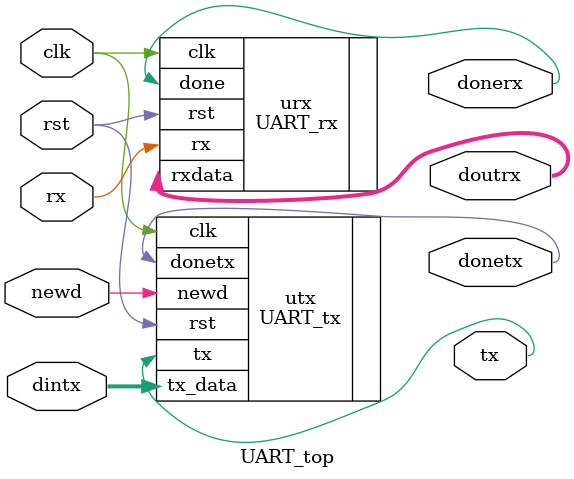
<source format=v>
`timescale 1ns / 1ps

/*
module UART_top
  
#(
parameter clk_freq = 1000000,
parameter baud_rate = 9600
)
(
  input clk,rst, 
  input rx,
  input [7:0] dintx,
  input newd,
  output tx, 
  output [7:0] doutrx,
  output donetx,
  output donerx
    );
    
UART_tx
#(clk_freq, baud_rate) 
utx   
(clk, rst, newd, dintx, tx, donetx);   
 
UART_rx
#(clk_freq, baud_rate)
rtx
(clk, rst, rx, donerx, doutrx);    
    
   
endmodule
*/
module UART_top
#(
    parameter clk_freq = 1000000,
    parameter baud_rate = 9600
)
(
    input clk, rst,
    input rx,
    input [7:0] dintx,
    input newd,
    output tx,
    output [7:0] doutrx,
    output donetx,
    output donerx
);

UART_tx #(.clk_freq(clk_freq), .baud_rate(baud_rate)) utx (
    .clk(clk), .rst(rst), .newd(newd), .tx_data(dintx), .tx(tx), .donetx(donetx)
);

UART_rx #(.clk_freq(clk_freq), .baud_rate(baud_rate)) urx (
    .clk(clk), .rst(rst), .rx(rx), .done(donerx), .rxdata(doutrx)
);

endmodule

</source>
